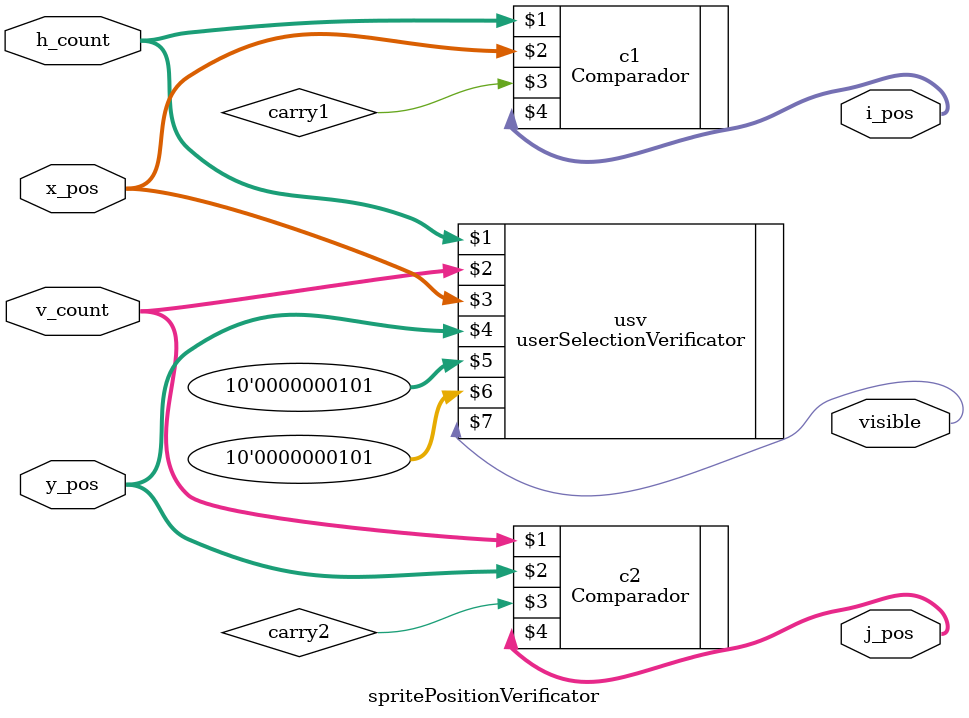
<source format=sv>
module spritePositionVerificator(
	input [9:0] x_pos, y_pos,
	input [9:0] h_count, v_count,
	output visible,
	output [9:0] i_pos,j_pos
	);
//	userSelectionVerificator #(10) usv(h_count,v_count,x_pos, y_pos,10'b10000000,10'b10000000,visible);
	userSelectionVerificator #(10) usv(h_count,v_count,x_pos, y_pos,10'b101,10'b101,visible);
	
	
	logic carry1,carry2;
	Comparador #(10) c1(h_count,x_pos,carry1,i_pos);
	Comparador #(10) c2(v_count,y_pos,carry2,j_pos);
	
	
endmodule

</source>
